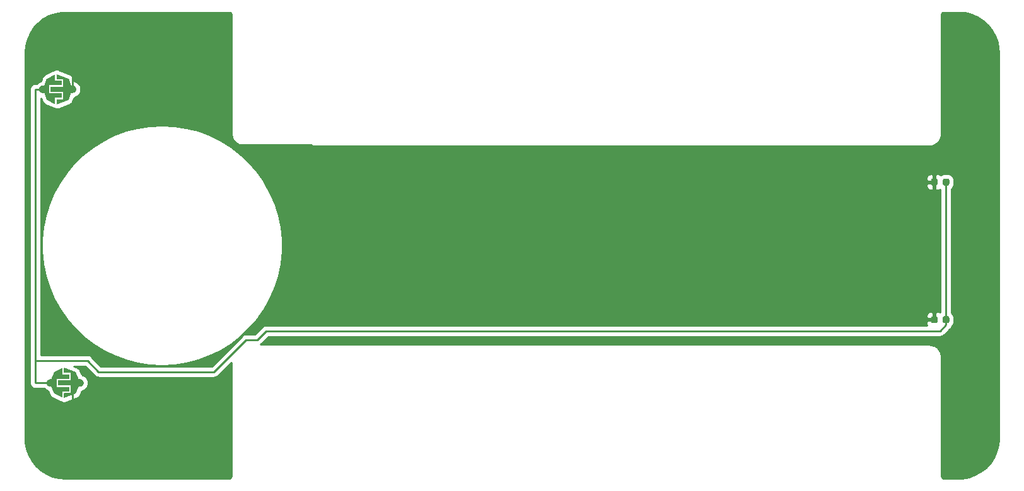
<source format=gbr>
%TF.GenerationSoftware,KiCad,Pcbnew,(5.1.8)-1*%
%TF.CreationDate,2022-08-29T12:55:05+09:00*%
%TF.ProjectId,face,66616365-2e6b-4696-9361-645f70636258,rev?*%
%TF.SameCoordinates,Original*%
%TF.FileFunction,Copper,L2,Bot*%
%TF.FilePolarity,Positive*%
%FSLAX46Y46*%
G04 Gerber Fmt 4.6, Leading zero omitted, Abs format (unit mm)*
G04 Created by KiCad (PCBNEW (5.1.8)-1) date 2022-08-29 12:55:05*
%MOMM*%
%LPD*%
G01*
G04 APERTURE LIST*
%TA.AperFunction,SMDPad,CuDef*%
%ADD10C,0.100000*%
%TD*%
%TA.AperFunction,ViaPad*%
%ADD11C,2.400000*%
%TD*%
%TA.AperFunction,ViaPad*%
%ADD12C,3.400000*%
%TD*%
%TA.AperFunction,Conductor*%
%ADD13C,0.250000*%
%TD*%
%TA.AperFunction,Conductor*%
%ADD14C,0.254000*%
%TD*%
%TA.AperFunction,Conductor*%
%ADD15C,0.100000*%
%TD*%
G04 APERTURE END LIST*
%TO.P,D1,2*%
%TO.N,VCC*%
%TA.AperFunction,SMDPad,CuDef*%
G36*
G01*
X198850000Y-113256250D02*
X198850000Y-112743750D01*
G75*
G02*
X199068750Y-112525000I218750J0D01*
G01*
X199506250Y-112525000D01*
G75*
G02*
X199725000Y-112743750I0J-218750D01*
G01*
X199725000Y-113256250D01*
G75*
G02*
X199506250Y-113475000I-218750J0D01*
G01*
X199068750Y-113475000D01*
G75*
G02*
X198850000Y-113256250I0J218750D01*
G01*
G37*
%TD.AperFunction*%
%TO.P,D1,1*%
%TO.N,GND*%
%TA.AperFunction,SMDPad,CuDef*%
G36*
G01*
X197275000Y-113256250D02*
X197275000Y-112743750D01*
G75*
G02*
X197493750Y-112525000I218750J0D01*
G01*
X197931250Y-112525000D01*
G75*
G02*
X198150000Y-112743750I0J-218750D01*
G01*
X198150000Y-113256250D01*
G75*
G02*
X197931250Y-113475000I-218750J0D01*
G01*
X197493750Y-113475000D01*
G75*
G02*
X197275000Y-113256250I0J218750D01*
G01*
G37*
%TD.AperFunction*%
%TD*%
%TO.P,D2,1*%
%TO.N,GND*%
%TA.AperFunction,SMDPad,CuDef*%
G36*
G01*
X197275000Y-94756250D02*
X197275000Y-94243750D01*
G75*
G02*
X197493750Y-94025000I218750J0D01*
G01*
X197931250Y-94025000D01*
G75*
G02*
X198150000Y-94243750I0J-218750D01*
G01*
X198150000Y-94756250D01*
G75*
G02*
X197931250Y-94975000I-218750J0D01*
G01*
X197493750Y-94975000D01*
G75*
G02*
X197275000Y-94756250I0J218750D01*
G01*
G37*
%TD.AperFunction*%
%TO.P,D2,2*%
%TO.N,VCC*%
%TA.AperFunction,SMDPad,CuDef*%
G36*
G01*
X198850000Y-94756250D02*
X198850000Y-94243750D01*
G75*
G02*
X199068750Y-94025000I218750J0D01*
G01*
X199506250Y-94025000D01*
G75*
G02*
X199725000Y-94243750I0J-218750D01*
G01*
X199725000Y-94756250D01*
G75*
G02*
X199506250Y-94975000I-218750J0D01*
G01*
X199068750Y-94975000D01*
G75*
G02*
X198850000Y-94756250I0J218750D01*
G01*
G37*
%TD.AperFunction*%
%TD*%
%TA.AperFunction,SMDPad,CuDef*%
D10*
%TO.P,J1,2*%
%TO.N,GND*%
G36*
X80909755Y-119450961D02*
G01*
X80918570Y-119453576D01*
X82418570Y-120053576D01*
X82427270Y-120058091D01*
X82434922Y-120064216D01*
X82441232Y-120071717D01*
X82445957Y-120080304D01*
X82850213Y-121023568D01*
X82878510Y-121014984D01*
X82926635Y-121005412D01*
X82975466Y-121000602D01*
X83024534Y-121000602D01*
X83073365Y-121005412D01*
X83121490Y-121014984D01*
X83168445Y-121029228D01*
X83213778Y-121048005D01*
X83257051Y-121071136D01*
X83297850Y-121098396D01*
X83335779Y-121129524D01*
X83370476Y-121164221D01*
X83401604Y-121202150D01*
X83428864Y-121242949D01*
X83451995Y-121286222D01*
X83470772Y-121331555D01*
X83485016Y-121378510D01*
X83494588Y-121426635D01*
X83499398Y-121475466D01*
X83499398Y-121524534D01*
X83494588Y-121573365D01*
X83485016Y-121621490D01*
X83470772Y-121668445D01*
X83451995Y-121713778D01*
X83428864Y-121757051D01*
X83401604Y-121797850D01*
X83370476Y-121835779D01*
X83335779Y-121870476D01*
X83297850Y-121901604D01*
X83257051Y-121928864D01*
X83213778Y-121951995D01*
X83168445Y-121970772D01*
X83121490Y-121985016D01*
X83073365Y-121994588D01*
X83024534Y-121999398D01*
X82975466Y-121999398D01*
X82926635Y-121994588D01*
X82878510Y-121985016D01*
X82850213Y-121976432D01*
X82445957Y-122919696D01*
X82441232Y-122928283D01*
X82434922Y-122935784D01*
X82427270Y-122941909D01*
X82418570Y-122946424D01*
X80918570Y-123546424D01*
X80909156Y-123549155D01*
X80899390Y-123549996D01*
X80889648Y-123548917D01*
X80880304Y-123545957D01*
X80871717Y-123541232D01*
X80864216Y-123534922D01*
X80858091Y-123527270D01*
X80853576Y-123518570D01*
X80850845Y-123509156D01*
X80850000Y-123500000D01*
X80850000Y-122900000D01*
X80850961Y-122890245D01*
X80853806Y-122880866D01*
X80858427Y-122872221D01*
X80864645Y-122864645D01*
X80872221Y-122858427D01*
X80880866Y-122853806D01*
X80890245Y-122850961D01*
X80900000Y-122850000D01*
X81750000Y-122850000D01*
X81750000Y-121850000D01*
X80100000Y-121850000D01*
X80090245Y-121849039D01*
X80080866Y-121846194D01*
X80072221Y-121841573D01*
X80064645Y-121835355D01*
X80058427Y-121827779D01*
X80053806Y-121819134D01*
X80050961Y-121809755D01*
X80050000Y-121800000D01*
X80050000Y-121200000D01*
X80050961Y-121190245D01*
X80053806Y-121180866D01*
X80058427Y-121172221D01*
X80064645Y-121164645D01*
X80072221Y-121158427D01*
X80080866Y-121153806D01*
X80090245Y-121150961D01*
X80100000Y-121150000D01*
X81750000Y-121150000D01*
X81750000Y-120150000D01*
X80900000Y-120150000D01*
X80890245Y-120149039D01*
X80880866Y-120146194D01*
X80872221Y-120141573D01*
X80864645Y-120135355D01*
X80858427Y-120127779D01*
X80853806Y-120119134D01*
X80850961Y-120109755D01*
X80850000Y-120100000D01*
X80850000Y-119500000D01*
X80850961Y-119490245D01*
X80853806Y-119480866D01*
X80858427Y-119472221D01*
X80864645Y-119464645D01*
X80872221Y-119458427D01*
X80880866Y-119453806D01*
X80890245Y-119450961D01*
X80900000Y-119450000D01*
X80909755Y-119450961D01*
G37*
%TD.AperFunction*%
%TA.AperFunction,SMDPad,CuDef*%
%TO.P,J1,1*%
%TO.N,VCC*%
G36*
X80606254Y-119550393D02*
G01*
X80615811Y-119552566D01*
X80624762Y-119556562D01*
X80632760Y-119562227D01*
X80639500Y-119569344D01*
X80644721Y-119577639D01*
X80648224Y-119586794D01*
X80650000Y-119600000D01*
X80650000Y-120350000D01*
X81500000Y-120350000D01*
X81509755Y-120350961D01*
X81519134Y-120353806D01*
X81527779Y-120358427D01*
X81535355Y-120364645D01*
X81541573Y-120372221D01*
X81546194Y-120380866D01*
X81549039Y-120390245D01*
X81550000Y-120400000D01*
X81550000Y-120900000D01*
X81549039Y-120909755D01*
X81546194Y-120919134D01*
X81541573Y-120927779D01*
X81535355Y-120935355D01*
X81527779Y-120941573D01*
X81519134Y-120946194D01*
X81509755Y-120949039D01*
X81500000Y-120950000D01*
X79850000Y-120950000D01*
X79850000Y-122050000D01*
X81500000Y-122050000D01*
X81509755Y-122050961D01*
X81519134Y-122053806D01*
X81527779Y-122058427D01*
X81535355Y-122064645D01*
X81541573Y-122072221D01*
X81546194Y-122080866D01*
X81549039Y-122090245D01*
X81550000Y-122100000D01*
X81550000Y-122600000D01*
X81549039Y-122609755D01*
X81546194Y-122619134D01*
X81541573Y-122627779D01*
X81535355Y-122635355D01*
X81527779Y-122641573D01*
X81519134Y-122646194D01*
X81509755Y-122649039D01*
X81500000Y-122650000D01*
X80650000Y-122650000D01*
X80650000Y-123400000D01*
X80649039Y-123409755D01*
X80646194Y-123419134D01*
X80641573Y-123427779D01*
X80635355Y-123435355D01*
X80627779Y-123441573D01*
X80619134Y-123446194D01*
X80609755Y-123449039D01*
X80600000Y-123450000D01*
X80590245Y-123449039D01*
X80577639Y-123444721D01*
X79577639Y-122944721D01*
X79569344Y-122939500D01*
X79562227Y-122932760D01*
X79556562Y-122924762D01*
X79554043Y-122919696D01*
X79149787Y-121976432D01*
X79121490Y-121985016D01*
X79073365Y-121994588D01*
X79024534Y-121999398D01*
X78975466Y-121999398D01*
X78926635Y-121994588D01*
X78878510Y-121985016D01*
X78831555Y-121970772D01*
X78786222Y-121951995D01*
X78742949Y-121928864D01*
X78702150Y-121901604D01*
X78664221Y-121870476D01*
X78629524Y-121835779D01*
X78598396Y-121797850D01*
X78571136Y-121757051D01*
X78548005Y-121713778D01*
X78529228Y-121668445D01*
X78514984Y-121621490D01*
X78505412Y-121573365D01*
X78500602Y-121524534D01*
X78500602Y-121475466D01*
X78505412Y-121426635D01*
X78514984Y-121378510D01*
X78529228Y-121331555D01*
X78548005Y-121286222D01*
X78571136Y-121242949D01*
X78598396Y-121202150D01*
X78629524Y-121164221D01*
X78664221Y-121129524D01*
X78702150Y-121098396D01*
X78742949Y-121071136D01*
X78786222Y-121048005D01*
X78831555Y-121029228D01*
X78878510Y-121014984D01*
X78926635Y-121005412D01*
X78975466Y-121000602D01*
X79024534Y-121000602D01*
X79073365Y-121005412D01*
X79121490Y-121014984D01*
X79149787Y-121023568D01*
X79554043Y-120080304D01*
X79558768Y-120071717D01*
X79565078Y-120064216D01*
X79572730Y-120058091D01*
X79577639Y-120055279D01*
X80577639Y-119555279D01*
X80586794Y-119551776D01*
X80596456Y-119550126D01*
X80606254Y-119550393D01*
G37*
%TD.AperFunction*%
%TD*%
%TA.AperFunction,SMDPad,CuDef*%
%TO.P,J2,1*%
%TO.N,VCC*%
G36*
X79606254Y-80050393D02*
G01*
X79615811Y-80052566D01*
X79624762Y-80056562D01*
X79632760Y-80062227D01*
X79639500Y-80069344D01*
X79644721Y-80077639D01*
X79648224Y-80086794D01*
X79650000Y-80100000D01*
X79650000Y-80850000D01*
X80500000Y-80850000D01*
X80509755Y-80850961D01*
X80519134Y-80853806D01*
X80527779Y-80858427D01*
X80535355Y-80864645D01*
X80541573Y-80872221D01*
X80546194Y-80880866D01*
X80549039Y-80890245D01*
X80550000Y-80900000D01*
X80550000Y-81400000D01*
X80549039Y-81409755D01*
X80546194Y-81419134D01*
X80541573Y-81427779D01*
X80535355Y-81435355D01*
X80527779Y-81441573D01*
X80519134Y-81446194D01*
X80509755Y-81449039D01*
X80500000Y-81450000D01*
X78850000Y-81450000D01*
X78850000Y-82550000D01*
X80500000Y-82550000D01*
X80509755Y-82550961D01*
X80519134Y-82553806D01*
X80527779Y-82558427D01*
X80535355Y-82564645D01*
X80541573Y-82572221D01*
X80546194Y-82580866D01*
X80549039Y-82590245D01*
X80550000Y-82600000D01*
X80550000Y-83100000D01*
X80549039Y-83109755D01*
X80546194Y-83119134D01*
X80541573Y-83127779D01*
X80535355Y-83135355D01*
X80527779Y-83141573D01*
X80519134Y-83146194D01*
X80509755Y-83149039D01*
X80500000Y-83150000D01*
X79650000Y-83150000D01*
X79650000Y-83900000D01*
X79649039Y-83909755D01*
X79646194Y-83919134D01*
X79641573Y-83927779D01*
X79635355Y-83935355D01*
X79627779Y-83941573D01*
X79619134Y-83946194D01*
X79609755Y-83949039D01*
X79600000Y-83950000D01*
X79590245Y-83949039D01*
X79577639Y-83944721D01*
X78577639Y-83444721D01*
X78569344Y-83439500D01*
X78562227Y-83432760D01*
X78556562Y-83424762D01*
X78554043Y-83419696D01*
X78149787Y-82476432D01*
X78121490Y-82485016D01*
X78073365Y-82494588D01*
X78024534Y-82499398D01*
X77975466Y-82499398D01*
X77926635Y-82494588D01*
X77878510Y-82485016D01*
X77831555Y-82470772D01*
X77786222Y-82451995D01*
X77742949Y-82428864D01*
X77702150Y-82401604D01*
X77664221Y-82370476D01*
X77629524Y-82335779D01*
X77598396Y-82297850D01*
X77571136Y-82257051D01*
X77548005Y-82213778D01*
X77529228Y-82168445D01*
X77514984Y-82121490D01*
X77505412Y-82073365D01*
X77500602Y-82024534D01*
X77500602Y-81975466D01*
X77505412Y-81926635D01*
X77514984Y-81878510D01*
X77529228Y-81831555D01*
X77548005Y-81786222D01*
X77571136Y-81742949D01*
X77598396Y-81702150D01*
X77629524Y-81664221D01*
X77664221Y-81629524D01*
X77702150Y-81598396D01*
X77742949Y-81571136D01*
X77786222Y-81548005D01*
X77831555Y-81529228D01*
X77878510Y-81514984D01*
X77926635Y-81505412D01*
X77975466Y-81500602D01*
X78024534Y-81500602D01*
X78073365Y-81505412D01*
X78121490Y-81514984D01*
X78149787Y-81523568D01*
X78554043Y-80580304D01*
X78558768Y-80571717D01*
X78565078Y-80564216D01*
X78572730Y-80558091D01*
X78577639Y-80555279D01*
X79577639Y-80055279D01*
X79586794Y-80051776D01*
X79596456Y-80050126D01*
X79606254Y-80050393D01*
G37*
%TD.AperFunction*%
%TA.AperFunction,SMDPad,CuDef*%
%TO.P,J2,2*%
%TO.N,GND*%
G36*
X79909755Y-79950961D02*
G01*
X79918570Y-79953576D01*
X81418570Y-80553576D01*
X81427270Y-80558091D01*
X81434922Y-80564216D01*
X81441232Y-80571717D01*
X81445957Y-80580304D01*
X81850213Y-81523568D01*
X81878510Y-81514984D01*
X81926635Y-81505412D01*
X81975466Y-81500602D01*
X82024534Y-81500602D01*
X82073365Y-81505412D01*
X82121490Y-81514984D01*
X82168445Y-81529228D01*
X82213778Y-81548005D01*
X82257051Y-81571136D01*
X82297850Y-81598396D01*
X82335779Y-81629524D01*
X82370476Y-81664221D01*
X82401604Y-81702150D01*
X82428864Y-81742949D01*
X82451995Y-81786222D01*
X82470772Y-81831555D01*
X82485016Y-81878510D01*
X82494588Y-81926635D01*
X82499398Y-81975466D01*
X82499398Y-82024534D01*
X82494588Y-82073365D01*
X82485016Y-82121490D01*
X82470772Y-82168445D01*
X82451995Y-82213778D01*
X82428864Y-82257051D01*
X82401604Y-82297850D01*
X82370476Y-82335779D01*
X82335779Y-82370476D01*
X82297850Y-82401604D01*
X82257051Y-82428864D01*
X82213778Y-82451995D01*
X82168445Y-82470772D01*
X82121490Y-82485016D01*
X82073365Y-82494588D01*
X82024534Y-82499398D01*
X81975466Y-82499398D01*
X81926635Y-82494588D01*
X81878510Y-82485016D01*
X81850213Y-82476432D01*
X81445957Y-83419696D01*
X81441232Y-83428283D01*
X81434922Y-83435784D01*
X81427270Y-83441909D01*
X81418570Y-83446424D01*
X79918570Y-84046424D01*
X79909156Y-84049155D01*
X79899390Y-84049996D01*
X79889648Y-84048917D01*
X79880304Y-84045957D01*
X79871717Y-84041232D01*
X79864216Y-84034922D01*
X79858091Y-84027270D01*
X79853576Y-84018570D01*
X79850845Y-84009156D01*
X79850000Y-84000000D01*
X79850000Y-83400000D01*
X79850961Y-83390245D01*
X79853806Y-83380866D01*
X79858427Y-83372221D01*
X79864645Y-83364645D01*
X79872221Y-83358427D01*
X79880866Y-83353806D01*
X79890245Y-83350961D01*
X79900000Y-83350000D01*
X80750000Y-83350000D01*
X80750000Y-82350000D01*
X79100000Y-82350000D01*
X79090245Y-82349039D01*
X79080866Y-82346194D01*
X79072221Y-82341573D01*
X79064645Y-82335355D01*
X79058427Y-82327779D01*
X79053806Y-82319134D01*
X79050961Y-82309755D01*
X79050000Y-82300000D01*
X79050000Y-81700000D01*
X79050961Y-81690245D01*
X79053806Y-81680866D01*
X79058427Y-81672221D01*
X79064645Y-81664645D01*
X79072221Y-81658427D01*
X79080866Y-81653806D01*
X79090245Y-81650961D01*
X79100000Y-81650000D01*
X80750000Y-81650000D01*
X80750000Y-80650000D01*
X79900000Y-80650000D01*
X79890245Y-80649039D01*
X79880866Y-80646194D01*
X79872221Y-80641573D01*
X79864645Y-80635355D01*
X79858427Y-80627779D01*
X79853806Y-80619134D01*
X79850961Y-80609755D01*
X79850000Y-80600000D01*
X79850000Y-80000000D01*
X79850961Y-79990245D01*
X79853806Y-79980866D01*
X79858427Y-79972221D01*
X79864645Y-79964645D01*
X79872221Y-79958427D01*
X79880866Y-79953806D01*
X79890245Y-79950961D01*
X79900000Y-79950000D01*
X79909755Y-79950961D01*
G37*
%TD.AperFunction*%
%TD*%
D11*
%TO.N,GND*%
X79500000Y-129500000D03*
X202500000Y-129500000D03*
X202500000Y-76500000D03*
X79500000Y-76500000D03*
D12*
X186500000Y-111000000D03*
X186500000Y-95000000D03*
%TD*%
D13*
%TO.N,VCC*%
X199287500Y-113000000D02*
X199287500Y-94500000D01*
X199287500Y-113000000D02*
X199287500Y-113712500D01*
X199287500Y-113712500D02*
X198500000Y-114500000D01*
X198500000Y-114500000D02*
X108000000Y-114500000D01*
X106809634Y-115690366D02*
X105309638Y-115690366D01*
X108000000Y-114500000D02*
X106809634Y-115690366D01*
X77000000Y-82000000D02*
X78000000Y-82000000D01*
X77000000Y-121500000D02*
X79000000Y-121500000D01*
X105309638Y-115690366D02*
X101000002Y-120000002D01*
X101000002Y-120000002D02*
X85500002Y-120000002D01*
X84000000Y-118500000D02*
X77000000Y-118500000D01*
X85500002Y-120000002D02*
X84000000Y-118500000D01*
X77000000Y-118500000D02*
X77000000Y-82000000D01*
X77000000Y-121500000D02*
X77000000Y-118500000D01*
%TO.N,GND*%
X82000000Y-78000000D02*
X82000000Y-76500000D01*
X82000000Y-76500000D02*
X81000000Y-75500000D01*
X78000000Y-75500000D02*
X76000000Y-77500000D01*
X76000000Y-77500000D02*
X76000000Y-128500000D01*
X79500000Y-132000000D02*
X82500000Y-132000000D01*
X82500000Y-132000000D02*
X83500000Y-131000000D01*
X83500000Y-129500000D02*
X82000000Y-128000000D01*
X83500000Y-131000000D02*
X83500000Y-129500000D01*
X197712500Y-113000000D02*
X197712500Y-94500000D01*
X114042824Y-89500000D02*
X104225368Y-89500000D01*
X114181513Y-89638689D02*
X114042824Y-89500000D01*
X194638689Y-89638689D02*
X114181513Y-89638689D01*
X197712500Y-92712500D02*
X194638689Y-89638689D01*
X197712500Y-94500000D02*
X197712500Y-92712500D01*
X104225368Y-89500000D02*
X102725368Y-88000000D01*
X102725368Y-88000000D02*
X102725368Y-75225368D01*
X102725368Y-75225368D02*
X101000000Y-73500000D01*
X85000000Y-73500000D02*
X82000000Y-76500000D01*
X101000000Y-73500000D02*
X85000000Y-73500000D01*
X78500000Y-75500000D02*
X79500000Y-76500000D01*
X78000000Y-75500000D02*
X78500000Y-75500000D01*
X80500000Y-75500000D02*
X79500000Y-76500000D01*
X81000000Y-75500000D02*
X80500000Y-75500000D01*
X82000000Y-78000000D02*
X82000000Y-82000000D01*
X79500000Y-129500000D02*
X78500000Y-129500000D01*
X78500000Y-129500000D02*
X77750000Y-130250000D01*
X77750000Y-130250000D02*
X79500000Y-132000000D01*
X76000000Y-128500000D02*
X77750000Y-130250000D01*
X82000000Y-122500000D02*
X83000000Y-121500000D01*
X82000000Y-128000000D02*
X82000000Y-122500000D01*
%TD*%
D14*
%TO.N,GND*%
X103065424Y-71669580D02*
X103128356Y-71688580D01*
X103186405Y-71719445D01*
X103237343Y-71760989D01*
X103279248Y-71811644D01*
X103310515Y-71869471D01*
X103329956Y-71932272D01*
X103340000Y-72027835D01*
X103340001Y-88032419D01*
X103342783Y-88060664D01*
X103342740Y-88066801D01*
X103343640Y-88075972D01*
X103364041Y-88270069D01*
X103376068Y-88328658D01*
X103387277Y-88387423D01*
X103389941Y-88396245D01*
X103447653Y-88582683D01*
X103470838Y-88637838D01*
X103493242Y-88693291D01*
X103497568Y-88701427D01*
X103590393Y-88873104D01*
X103623846Y-88922699D01*
X103656600Y-88972753D01*
X103662424Y-88979894D01*
X103786828Y-89130272D01*
X103829263Y-89172411D01*
X103871126Y-89215161D01*
X103878227Y-89221034D01*
X104029469Y-89344384D01*
X104079277Y-89377477D01*
X104128651Y-89411284D01*
X104136757Y-89415667D01*
X104309080Y-89507292D01*
X104364392Y-89530090D01*
X104419366Y-89553652D01*
X104428169Y-89556377D01*
X104615006Y-89612786D01*
X104673686Y-89624405D01*
X104732196Y-89636842D01*
X104741361Y-89637805D01*
X104935594Y-89656850D01*
X104935598Y-89656850D01*
X104967581Y-89660000D01*
X197032419Y-89660000D01*
X197060674Y-89657217D01*
X197066801Y-89657260D01*
X197075972Y-89656360D01*
X197270069Y-89635959D01*
X197328658Y-89623932D01*
X197387423Y-89612723D01*
X197396245Y-89610059D01*
X197582683Y-89552347D01*
X197637838Y-89529162D01*
X197693291Y-89506758D01*
X197701427Y-89502432D01*
X197873104Y-89409607D01*
X197922699Y-89376154D01*
X197972753Y-89343400D01*
X197979894Y-89337576D01*
X198130272Y-89213172D01*
X198172411Y-89170737D01*
X198215161Y-89128874D01*
X198221034Y-89121773D01*
X198344384Y-88970531D01*
X198377477Y-88920723D01*
X198411284Y-88871349D01*
X198415667Y-88863243D01*
X198507292Y-88690920D01*
X198530090Y-88635608D01*
X198553652Y-88580634D01*
X198556377Y-88571831D01*
X198612786Y-88384994D01*
X198624405Y-88326314D01*
X198636842Y-88267804D01*
X198637805Y-88258639D01*
X198656850Y-88064406D01*
X198656850Y-88064402D01*
X198660000Y-88032419D01*
X198660000Y-72032279D01*
X198669580Y-71934576D01*
X198688580Y-71871644D01*
X198719445Y-71813595D01*
X198760989Y-71762657D01*
X198811644Y-71720752D01*
X198869471Y-71689485D01*
X198932272Y-71670044D01*
X199027835Y-71660000D01*
X200972911Y-71660000D01*
X201871797Y-71733902D01*
X202720182Y-71947001D01*
X203522371Y-72295803D01*
X204256818Y-72770938D01*
X204903798Y-73359646D01*
X205445946Y-74046125D01*
X205868692Y-74811928D01*
X206160684Y-75636491D01*
X206316116Y-76509076D01*
X206340001Y-77015568D01*
X206340000Y-128972911D01*
X206266098Y-129871802D01*
X206052999Y-130720180D01*
X205704197Y-131522371D01*
X205229062Y-132256818D01*
X204640354Y-132903799D01*
X203953875Y-133445946D01*
X203188076Y-133868691D01*
X202363514Y-134160683D01*
X201490925Y-134316116D01*
X200984453Y-134340000D01*
X199032279Y-134340000D01*
X198934576Y-134330420D01*
X198871643Y-134311420D01*
X198813594Y-134280554D01*
X198762657Y-134239011D01*
X198720752Y-134188356D01*
X198689485Y-134130529D01*
X198670044Y-134067728D01*
X198660000Y-133972165D01*
X198660000Y-117967581D01*
X198657217Y-117939326D01*
X198657260Y-117933199D01*
X198656360Y-117924028D01*
X198635959Y-117729931D01*
X198623934Y-117671348D01*
X198612723Y-117612577D01*
X198610059Y-117603755D01*
X198552347Y-117417317D01*
X198529162Y-117362162D01*
X198506758Y-117306709D01*
X198502432Y-117298573D01*
X198409607Y-117126896D01*
X198376139Y-117077278D01*
X198343400Y-117027247D01*
X198337576Y-117020106D01*
X198213172Y-116869728D01*
X198170737Y-116827589D01*
X198128874Y-116784839D01*
X198121773Y-116778966D01*
X197970531Y-116655616D01*
X197920738Y-116622534D01*
X197871349Y-116588716D01*
X197863243Y-116584333D01*
X197690921Y-116492708D01*
X197635606Y-116469909D01*
X197580634Y-116446348D01*
X197571831Y-116443623D01*
X197384995Y-116387214D01*
X197326307Y-116375594D01*
X197267804Y-116363158D01*
X197258639Y-116362195D01*
X197064405Y-116343150D01*
X197064402Y-116343150D01*
X197032419Y-116340000D01*
X107206483Y-116340000D01*
X107233910Y-116325340D01*
X107349635Y-116230367D01*
X107373438Y-116201363D01*
X108314802Y-115260000D01*
X198462678Y-115260000D01*
X198500000Y-115263676D01*
X198537322Y-115260000D01*
X198537333Y-115260000D01*
X198648986Y-115249003D01*
X198792247Y-115205546D01*
X198924276Y-115134974D01*
X199040001Y-115040001D01*
X199063803Y-115010998D01*
X199798502Y-114276299D01*
X199827501Y-114252501D01*
X199922474Y-114136776D01*
X199993046Y-114004747D01*
X200011187Y-113944944D01*
X200112115Y-113862115D01*
X200218671Y-113732275D01*
X200297850Y-113584142D01*
X200346608Y-113423408D01*
X200363072Y-113256250D01*
X200363072Y-112743750D01*
X200346608Y-112576592D01*
X200297850Y-112415858D01*
X200218671Y-112267725D01*
X200112115Y-112137885D01*
X200047500Y-112084857D01*
X200047500Y-95415143D01*
X200112115Y-95362115D01*
X200218671Y-95232275D01*
X200297850Y-95084142D01*
X200346608Y-94923408D01*
X200363072Y-94756250D01*
X200363072Y-94243750D01*
X200346608Y-94076592D01*
X200297850Y-93915858D01*
X200218671Y-93767725D01*
X200112115Y-93637885D01*
X199982275Y-93531329D01*
X199834142Y-93452150D01*
X199673408Y-93403392D01*
X199506250Y-93386928D01*
X199068750Y-93386928D01*
X198901592Y-93403392D01*
X198740858Y-93452150D01*
X198592725Y-93531329D01*
X198571070Y-93549100D01*
X198504494Y-93494463D01*
X198394180Y-93435498D01*
X198274482Y-93399188D01*
X198150000Y-93386928D01*
X197998250Y-93390000D01*
X197839500Y-93548750D01*
X197839500Y-94373000D01*
X197859500Y-94373000D01*
X197859500Y-94627000D01*
X197839500Y-94627000D01*
X197839500Y-95451250D01*
X197998250Y-95610000D01*
X198150000Y-95613072D01*
X198274482Y-95600812D01*
X198394180Y-95564502D01*
X198504494Y-95505537D01*
X198527501Y-95486656D01*
X198527500Y-112013344D01*
X198504494Y-111994463D01*
X198394180Y-111935498D01*
X198274482Y-111899188D01*
X198150000Y-111886928D01*
X197998250Y-111890000D01*
X197839500Y-112048750D01*
X197839500Y-112873000D01*
X197859500Y-112873000D01*
X197859500Y-113127000D01*
X197839500Y-113127000D01*
X197839500Y-113147000D01*
X197585500Y-113147000D01*
X197585500Y-113127000D01*
X196798750Y-113127000D01*
X196640000Y-113285750D01*
X196636928Y-113475000D01*
X196649188Y-113599482D01*
X196685498Y-113719180D01*
X196696627Y-113740000D01*
X108037325Y-113740000D01*
X108000000Y-113736324D01*
X107962675Y-113740000D01*
X107962667Y-113740000D01*
X107851014Y-113750997D01*
X107707753Y-113794454D01*
X107575724Y-113865026D01*
X107459999Y-113959999D01*
X107436201Y-113988997D01*
X106494833Y-114930366D01*
X105346963Y-114930366D01*
X105309638Y-114926690D01*
X105272313Y-114930366D01*
X105272305Y-114930366D01*
X105160652Y-114941363D01*
X105017391Y-114984820D01*
X104885362Y-115055392D01*
X104769637Y-115150365D01*
X104745839Y-115179363D01*
X100685201Y-119240002D01*
X85814804Y-119240002D01*
X84563804Y-117989003D01*
X84540001Y-117959999D01*
X84424276Y-117865026D01*
X84292247Y-117794454D01*
X84148986Y-117750997D01*
X84037333Y-117740000D01*
X84037322Y-117740000D01*
X84000000Y-117736324D01*
X83962678Y-117740000D01*
X77760000Y-117740000D01*
X77760000Y-102180496D01*
X77840767Y-102180496D01*
X77840767Y-103819504D01*
X78006583Y-105450101D01*
X78336512Y-107055558D01*
X78827171Y-108619399D01*
X79473523Y-110125577D01*
X80268936Y-111558638D01*
X81205249Y-112903875D01*
X82272853Y-114147485D01*
X83460793Y-115276706D01*
X84756880Y-116279952D01*
X86147814Y-117146928D01*
X87619322Y-117868737D01*
X89156305Y-118437973D01*
X90742990Y-118848794D01*
X92363097Y-119096986D01*
X94000000Y-119180000D01*
X95636903Y-119096986D01*
X97257010Y-118848794D01*
X98843695Y-118437973D01*
X100380678Y-117868737D01*
X101852186Y-117146928D01*
X103243120Y-116279952D01*
X104539207Y-115276706D01*
X105727147Y-114147485D01*
X106794751Y-112903875D01*
X107058455Y-112525000D01*
X196636928Y-112525000D01*
X196640000Y-112714250D01*
X196798750Y-112873000D01*
X197585500Y-112873000D01*
X197585500Y-112048750D01*
X197426750Y-111890000D01*
X197275000Y-111886928D01*
X197150518Y-111899188D01*
X197030820Y-111935498D01*
X196920506Y-111994463D01*
X196823815Y-112073815D01*
X196744463Y-112170506D01*
X196685498Y-112280820D01*
X196649188Y-112400518D01*
X196636928Y-112525000D01*
X107058455Y-112525000D01*
X107731064Y-111558638D01*
X108526477Y-110125577D01*
X109172829Y-108619399D01*
X109663488Y-107055558D01*
X109993417Y-105450101D01*
X110159233Y-103819504D01*
X110159233Y-102180496D01*
X109993417Y-100549899D01*
X109663488Y-98944442D01*
X109172829Y-97380601D01*
X108526477Y-95874423D01*
X108027257Y-94975000D01*
X196636928Y-94975000D01*
X196649188Y-95099482D01*
X196685498Y-95219180D01*
X196744463Y-95329494D01*
X196823815Y-95426185D01*
X196920506Y-95505537D01*
X197030820Y-95564502D01*
X197150518Y-95600812D01*
X197275000Y-95613072D01*
X197426750Y-95610000D01*
X197585500Y-95451250D01*
X197585500Y-94627000D01*
X196798750Y-94627000D01*
X196640000Y-94785750D01*
X196636928Y-94975000D01*
X108027257Y-94975000D01*
X107731064Y-94441362D01*
X107441268Y-94025000D01*
X196636928Y-94025000D01*
X196640000Y-94214250D01*
X196798750Y-94373000D01*
X197585500Y-94373000D01*
X197585500Y-93548750D01*
X197426750Y-93390000D01*
X197275000Y-93386928D01*
X197150518Y-93399188D01*
X197030820Y-93435498D01*
X196920506Y-93494463D01*
X196823815Y-93573815D01*
X196744463Y-93670506D01*
X196685498Y-93780820D01*
X196649188Y-93900518D01*
X196636928Y-94025000D01*
X107441268Y-94025000D01*
X106794751Y-93096125D01*
X105727147Y-91852515D01*
X104539207Y-90723294D01*
X103243120Y-89720048D01*
X101852186Y-88853072D01*
X100380678Y-88131263D01*
X98843695Y-87562027D01*
X97257010Y-87151206D01*
X95636903Y-86903014D01*
X94000000Y-86820000D01*
X92363097Y-86903014D01*
X90742990Y-87151206D01*
X89156305Y-87562027D01*
X87619322Y-88131263D01*
X86147814Y-88853072D01*
X84756880Y-89720048D01*
X83460793Y-90723294D01*
X82272853Y-91852515D01*
X81205249Y-93096125D01*
X80268936Y-94441362D01*
X79473523Y-95874423D01*
X78827171Y-97380601D01*
X78336512Y-98944442D01*
X78006583Y-100549899D01*
X77840767Y-102180496D01*
X77760000Y-102180496D01*
X77760000Y-83186735D01*
X77967562Y-83671045D01*
X77982704Y-83703787D01*
X77985223Y-83708853D01*
X78035872Y-83793568D01*
X78041537Y-83801566D01*
X78123479Y-83896049D01*
X78130596Y-83902789D01*
X78229454Y-83979510D01*
X78237749Y-83984731D01*
X78292285Y-84015430D01*
X79292285Y-84515430D01*
X79370871Y-84548362D01*
X79383477Y-84552680D01*
X79527689Y-84584037D01*
X79537444Y-84584998D01*
X79541857Y-84584998D01*
X79564111Y-84600262D01*
X79572698Y-84604987D01*
X79687612Y-84654238D01*
X79696956Y-84657198D01*
X79819406Y-84683111D01*
X79829148Y-84684190D01*
X79954135Y-84685715D01*
X79963901Y-84684874D01*
X80086931Y-84661962D01*
X80096345Y-84659231D01*
X80155544Y-84638859D01*
X81655544Y-84038859D01*
X81712485Y-84012772D01*
X81721185Y-84008257D01*
X81826005Y-83940052D01*
X81833657Y-83933927D01*
X81923203Y-83846536D01*
X81929513Y-83839035D01*
X82000262Y-83735889D01*
X82004987Y-83727302D01*
X82032438Y-83671045D01*
X82276191Y-83102290D01*
X82389319Y-83067973D01*
X82479875Y-83030464D01*
X82590192Y-82971498D01*
X82671691Y-82917042D01*
X82768382Y-82837690D01*
X82837690Y-82768382D01*
X82917042Y-82671691D01*
X82971498Y-82590192D01*
X83030464Y-82479875D01*
X83067973Y-82389319D01*
X83104282Y-82269623D01*
X83123404Y-82173490D01*
X83135664Y-82049009D01*
X83135664Y-81950991D01*
X83123404Y-81826510D01*
X83104282Y-81730377D01*
X83067973Y-81610681D01*
X83030464Y-81520125D01*
X82971498Y-81409808D01*
X82917042Y-81328309D01*
X82837690Y-81231618D01*
X82768382Y-81162310D01*
X82671691Y-81082958D01*
X82590192Y-81028502D01*
X82479875Y-80969536D01*
X82389319Y-80932027D01*
X82276191Y-80897710D01*
X82032438Y-80328955D01*
X82004987Y-80272698D01*
X82000262Y-80264111D01*
X81929513Y-80160965D01*
X81923203Y-80153464D01*
X81833657Y-80066073D01*
X81826005Y-80059948D01*
X81721185Y-79991743D01*
X81712485Y-79987228D01*
X81655544Y-79961141D01*
X80155544Y-79361141D01*
X80100040Y-79341853D01*
X80091225Y-79339238D01*
X79972311Y-79315963D01*
X79962556Y-79315002D01*
X79837444Y-79315002D01*
X79827689Y-79315963D01*
X79705028Y-79340363D01*
X79695649Y-79343208D01*
X79580073Y-79391081D01*
X79571428Y-79395702D01*
X79538601Y-79417637D01*
X79489046Y-79421159D01*
X79479384Y-79422809D01*
X79358769Y-79455839D01*
X79349614Y-79459342D01*
X79292285Y-79484570D01*
X78292285Y-79984570D01*
X78260484Y-80001611D01*
X78255575Y-80004423D01*
X78173995Y-80059948D01*
X78166343Y-80066073D01*
X78076797Y-80153464D01*
X78070487Y-80160965D01*
X77999738Y-80264111D01*
X77995013Y-80272698D01*
X77967562Y-80328955D01*
X77723809Y-80897710D01*
X77610681Y-80932027D01*
X77520125Y-80969536D01*
X77409808Y-81028502D01*
X77328309Y-81082958D01*
X77231618Y-81162310D01*
X77162310Y-81231618D01*
X77155431Y-81240000D01*
X77037333Y-81240000D01*
X77000000Y-81236323D01*
X76962667Y-81240000D01*
X76851014Y-81250997D01*
X76707753Y-81294454D01*
X76575724Y-81365026D01*
X76459999Y-81459999D01*
X76365026Y-81575724D01*
X76294454Y-81707753D01*
X76250997Y-81851014D01*
X76236323Y-82000000D01*
X76240001Y-82037343D01*
X76240000Y-118462667D01*
X76236323Y-118500000D01*
X76240001Y-118537343D01*
X76240000Y-121462667D01*
X76236323Y-121500000D01*
X76250997Y-121648986D01*
X76294454Y-121792247D01*
X76365026Y-121924276D01*
X76410655Y-121979875D01*
X76459999Y-122040001D01*
X76575724Y-122134974D01*
X76707753Y-122205546D01*
X76851014Y-122249003D01*
X77000000Y-122263677D01*
X77037333Y-122260000D01*
X78155431Y-122260000D01*
X78162310Y-122268382D01*
X78231618Y-122337690D01*
X78328309Y-122417042D01*
X78409808Y-122471498D01*
X78520125Y-122530464D01*
X78610681Y-122567973D01*
X78723809Y-122602290D01*
X78967562Y-123171045D01*
X78982704Y-123203787D01*
X78985223Y-123208853D01*
X79035872Y-123293568D01*
X79041537Y-123301566D01*
X79123479Y-123396049D01*
X79130596Y-123402789D01*
X79229454Y-123479510D01*
X79237749Y-123484731D01*
X79292285Y-123515430D01*
X80292285Y-124015430D01*
X80370871Y-124048362D01*
X80383477Y-124052680D01*
X80527689Y-124084037D01*
X80537444Y-124084998D01*
X80541857Y-124084998D01*
X80564111Y-124100262D01*
X80572698Y-124104987D01*
X80687612Y-124154238D01*
X80696956Y-124157198D01*
X80819406Y-124183111D01*
X80829148Y-124184190D01*
X80954135Y-124185715D01*
X80963901Y-124184874D01*
X81086931Y-124161962D01*
X81096345Y-124159231D01*
X81155544Y-124138859D01*
X82655544Y-123538859D01*
X82712485Y-123512772D01*
X82721185Y-123508257D01*
X82826005Y-123440052D01*
X82833657Y-123433927D01*
X82923203Y-123346536D01*
X82929513Y-123339035D01*
X83000262Y-123235889D01*
X83004987Y-123227302D01*
X83032438Y-123171045D01*
X83276191Y-122602290D01*
X83389319Y-122567973D01*
X83479875Y-122530464D01*
X83590192Y-122471498D01*
X83671691Y-122417042D01*
X83768382Y-122337690D01*
X83837690Y-122268382D01*
X83917042Y-122171691D01*
X83971498Y-122090192D01*
X84030464Y-121979875D01*
X84067973Y-121889319D01*
X84104282Y-121769623D01*
X84123404Y-121673490D01*
X84135664Y-121549009D01*
X84135664Y-121450991D01*
X84123404Y-121326510D01*
X84104282Y-121230377D01*
X84067973Y-121110681D01*
X84030464Y-121020125D01*
X83971498Y-120909808D01*
X83917042Y-120828309D01*
X83837690Y-120731618D01*
X83768382Y-120662310D01*
X83671691Y-120582958D01*
X83590192Y-120528502D01*
X83479875Y-120469536D01*
X83389319Y-120432027D01*
X83276191Y-120397710D01*
X83032438Y-119828955D01*
X83004987Y-119772698D01*
X83000262Y-119764111D01*
X82929513Y-119660965D01*
X82923203Y-119653464D01*
X82833657Y-119566073D01*
X82826005Y-119559948D01*
X82721185Y-119491743D01*
X82712485Y-119487228D01*
X82655544Y-119461141D01*
X82152691Y-119260000D01*
X83685199Y-119260000D01*
X84936203Y-120511005D01*
X84960001Y-120540003D01*
X85075726Y-120634976D01*
X85207755Y-120705548D01*
X85351016Y-120749005D01*
X85462669Y-120760002D01*
X85462678Y-120760002D01*
X85500001Y-120763678D01*
X85537324Y-120760002D01*
X100962680Y-120760002D01*
X101000002Y-120763678D01*
X101037324Y-120760002D01*
X101037335Y-120760002D01*
X101148988Y-120749005D01*
X101292249Y-120705548D01*
X101424278Y-120634976D01*
X101540003Y-120540003D01*
X101563806Y-120510999D01*
X103340001Y-118734804D01*
X103340000Y-133967721D01*
X103330420Y-134065424D01*
X103311420Y-134128357D01*
X103280554Y-134186406D01*
X103239011Y-134237343D01*
X103188356Y-134279248D01*
X103130529Y-134310515D01*
X103067728Y-134329956D01*
X102972165Y-134340000D01*
X81027089Y-134340000D01*
X80128198Y-134266098D01*
X79279820Y-134052999D01*
X78477629Y-133704197D01*
X77743182Y-133229062D01*
X77096201Y-132640354D01*
X76554054Y-131953875D01*
X76131309Y-131188076D01*
X75839317Y-130363514D01*
X75683884Y-129490925D01*
X75660000Y-128984453D01*
X75660000Y-77027089D01*
X75733902Y-76128203D01*
X75947001Y-75279818D01*
X76295803Y-74477629D01*
X76770938Y-73743182D01*
X77359646Y-73096202D01*
X78046125Y-72554054D01*
X78811928Y-72131308D01*
X79636491Y-71839316D01*
X80509076Y-71683884D01*
X81015547Y-71660000D01*
X102967721Y-71660000D01*
X103065424Y-71669580D01*
%TA.AperFunction,Conductor*%
D15*
G36*
X103065424Y-71669580D02*
G01*
X103128356Y-71688580D01*
X103186405Y-71719445D01*
X103237343Y-71760989D01*
X103279248Y-71811644D01*
X103310515Y-71869471D01*
X103329956Y-71932272D01*
X103340000Y-72027835D01*
X103340001Y-88032419D01*
X103342783Y-88060664D01*
X103342740Y-88066801D01*
X103343640Y-88075972D01*
X103364041Y-88270069D01*
X103376068Y-88328658D01*
X103387277Y-88387423D01*
X103389941Y-88396245D01*
X103447653Y-88582683D01*
X103470838Y-88637838D01*
X103493242Y-88693291D01*
X103497568Y-88701427D01*
X103590393Y-88873104D01*
X103623846Y-88922699D01*
X103656600Y-88972753D01*
X103662424Y-88979894D01*
X103786828Y-89130272D01*
X103829263Y-89172411D01*
X103871126Y-89215161D01*
X103878227Y-89221034D01*
X104029469Y-89344384D01*
X104079277Y-89377477D01*
X104128651Y-89411284D01*
X104136757Y-89415667D01*
X104309080Y-89507292D01*
X104364392Y-89530090D01*
X104419366Y-89553652D01*
X104428169Y-89556377D01*
X104615006Y-89612786D01*
X104673686Y-89624405D01*
X104732196Y-89636842D01*
X104741361Y-89637805D01*
X104935594Y-89656850D01*
X104935598Y-89656850D01*
X104967581Y-89660000D01*
X197032419Y-89660000D01*
X197060674Y-89657217D01*
X197066801Y-89657260D01*
X197075972Y-89656360D01*
X197270069Y-89635959D01*
X197328658Y-89623932D01*
X197387423Y-89612723D01*
X197396245Y-89610059D01*
X197582683Y-89552347D01*
X197637838Y-89529162D01*
X197693291Y-89506758D01*
X197701427Y-89502432D01*
X197873104Y-89409607D01*
X197922699Y-89376154D01*
X197972753Y-89343400D01*
X197979894Y-89337576D01*
X198130272Y-89213172D01*
X198172411Y-89170737D01*
X198215161Y-89128874D01*
X198221034Y-89121773D01*
X198344384Y-88970531D01*
X198377477Y-88920723D01*
X198411284Y-88871349D01*
X198415667Y-88863243D01*
X198507292Y-88690920D01*
X198530090Y-88635608D01*
X198553652Y-88580634D01*
X198556377Y-88571831D01*
X198612786Y-88384994D01*
X198624405Y-88326314D01*
X198636842Y-88267804D01*
X198637805Y-88258639D01*
X198656850Y-88064406D01*
X198656850Y-88064402D01*
X198660000Y-88032419D01*
X198660000Y-72032279D01*
X198669580Y-71934576D01*
X198688580Y-71871644D01*
X198719445Y-71813595D01*
X198760989Y-71762657D01*
X198811644Y-71720752D01*
X198869471Y-71689485D01*
X198932272Y-71670044D01*
X199027835Y-71660000D01*
X200972911Y-71660000D01*
X201871797Y-71733902D01*
X202720182Y-71947001D01*
X203522371Y-72295803D01*
X204256818Y-72770938D01*
X204903798Y-73359646D01*
X205445946Y-74046125D01*
X205868692Y-74811928D01*
X206160684Y-75636491D01*
X206316116Y-76509076D01*
X206340001Y-77015568D01*
X206340000Y-128972911D01*
X206266098Y-129871802D01*
X206052999Y-130720180D01*
X205704197Y-131522371D01*
X205229062Y-132256818D01*
X204640354Y-132903799D01*
X203953875Y-133445946D01*
X203188076Y-133868691D01*
X202363514Y-134160683D01*
X201490925Y-134316116D01*
X200984453Y-134340000D01*
X199032279Y-134340000D01*
X198934576Y-134330420D01*
X198871643Y-134311420D01*
X198813594Y-134280554D01*
X198762657Y-134239011D01*
X198720752Y-134188356D01*
X198689485Y-134130529D01*
X198670044Y-134067728D01*
X198660000Y-133972165D01*
X198660000Y-117967581D01*
X198657217Y-117939326D01*
X198657260Y-117933199D01*
X198656360Y-117924028D01*
X198635959Y-117729931D01*
X198623934Y-117671348D01*
X198612723Y-117612577D01*
X198610059Y-117603755D01*
X198552347Y-117417317D01*
X198529162Y-117362162D01*
X198506758Y-117306709D01*
X198502432Y-117298573D01*
X198409607Y-117126896D01*
X198376139Y-117077278D01*
X198343400Y-117027247D01*
X198337576Y-117020106D01*
X198213172Y-116869728D01*
X198170737Y-116827589D01*
X198128874Y-116784839D01*
X198121773Y-116778966D01*
X197970531Y-116655616D01*
X197920738Y-116622534D01*
X197871349Y-116588716D01*
X197863243Y-116584333D01*
X197690921Y-116492708D01*
X197635606Y-116469909D01*
X197580634Y-116446348D01*
X197571831Y-116443623D01*
X197384995Y-116387214D01*
X197326307Y-116375594D01*
X197267804Y-116363158D01*
X197258639Y-116362195D01*
X197064405Y-116343150D01*
X197064402Y-116343150D01*
X197032419Y-116340000D01*
X107206483Y-116340000D01*
X107233910Y-116325340D01*
X107349635Y-116230367D01*
X107373438Y-116201363D01*
X108314802Y-115260000D01*
X198462678Y-115260000D01*
X198500000Y-115263676D01*
X198537322Y-115260000D01*
X198537333Y-115260000D01*
X198648986Y-115249003D01*
X198792247Y-115205546D01*
X198924276Y-115134974D01*
X199040001Y-115040001D01*
X199063803Y-115010998D01*
X199798502Y-114276299D01*
X199827501Y-114252501D01*
X199922474Y-114136776D01*
X199993046Y-114004747D01*
X200011187Y-113944944D01*
X200112115Y-113862115D01*
X200218671Y-113732275D01*
X200297850Y-113584142D01*
X200346608Y-113423408D01*
X200363072Y-113256250D01*
X200363072Y-112743750D01*
X200346608Y-112576592D01*
X200297850Y-112415858D01*
X200218671Y-112267725D01*
X200112115Y-112137885D01*
X200047500Y-112084857D01*
X200047500Y-95415143D01*
X200112115Y-95362115D01*
X200218671Y-95232275D01*
X200297850Y-95084142D01*
X200346608Y-94923408D01*
X200363072Y-94756250D01*
X200363072Y-94243750D01*
X200346608Y-94076592D01*
X200297850Y-93915858D01*
X200218671Y-93767725D01*
X200112115Y-93637885D01*
X199982275Y-93531329D01*
X199834142Y-93452150D01*
X199673408Y-93403392D01*
X199506250Y-93386928D01*
X199068750Y-93386928D01*
X198901592Y-93403392D01*
X198740858Y-93452150D01*
X198592725Y-93531329D01*
X198571070Y-93549100D01*
X198504494Y-93494463D01*
X198394180Y-93435498D01*
X198274482Y-93399188D01*
X198150000Y-93386928D01*
X197998250Y-93390000D01*
X197839500Y-93548750D01*
X197839500Y-94373000D01*
X197859500Y-94373000D01*
X197859500Y-94627000D01*
X197839500Y-94627000D01*
X197839500Y-95451250D01*
X197998250Y-95610000D01*
X198150000Y-95613072D01*
X198274482Y-95600812D01*
X198394180Y-95564502D01*
X198504494Y-95505537D01*
X198527501Y-95486656D01*
X198527500Y-112013344D01*
X198504494Y-111994463D01*
X198394180Y-111935498D01*
X198274482Y-111899188D01*
X198150000Y-111886928D01*
X197998250Y-111890000D01*
X197839500Y-112048750D01*
X197839500Y-112873000D01*
X197859500Y-112873000D01*
X197859500Y-113127000D01*
X197839500Y-113127000D01*
X197839500Y-113147000D01*
X197585500Y-113147000D01*
X197585500Y-113127000D01*
X196798750Y-113127000D01*
X196640000Y-113285750D01*
X196636928Y-113475000D01*
X196649188Y-113599482D01*
X196685498Y-113719180D01*
X196696627Y-113740000D01*
X108037325Y-113740000D01*
X108000000Y-113736324D01*
X107962675Y-113740000D01*
X107962667Y-113740000D01*
X107851014Y-113750997D01*
X107707753Y-113794454D01*
X107575724Y-113865026D01*
X107459999Y-113959999D01*
X107436201Y-113988997D01*
X106494833Y-114930366D01*
X105346963Y-114930366D01*
X105309638Y-114926690D01*
X105272313Y-114930366D01*
X105272305Y-114930366D01*
X105160652Y-114941363D01*
X105017391Y-114984820D01*
X104885362Y-115055392D01*
X104769637Y-115150365D01*
X104745839Y-115179363D01*
X100685201Y-119240002D01*
X85814804Y-119240002D01*
X84563804Y-117989003D01*
X84540001Y-117959999D01*
X84424276Y-117865026D01*
X84292247Y-117794454D01*
X84148986Y-117750997D01*
X84037333Y-117740000D01*
X84037322Y-117740000D01*
X84000000Y-117736324D01*
X83962678Y-117740000D01*
X77760000Y-117740000D01*
X77760000Y-102180496D01*
X77840767Y-102180496D01*
X77840767Y-103819504D01*
X78006583Y-105450101D01*
X78336512Y-107055558D01*
X78827171Y-108619399D01*
X79473523Y-110125577D01*
X80268936Y-111558638D01*
X81205249Y-112903875D01*
X82272853Y-114147485D01*
X83460793Y-115276706D01*
X84756880Y-116279952D01*
X86147814Y-117146928D01*
X87619322Y-117868737D01*
X89156305Y-118437973D01*
X90742990Y-118848794D01*
X92363097Y-119096986D01*
X94000000Y-119180000D01*
X95636903Y-119096986D01*
X97257010Y-118848794D01*
X98843695Y-118437973D01*
X100380678Y-117868737D01*
X101852186Y-117146928D01*
X103243120Y-116279952D01*
X104539207Y-115276706D01*
X105727147Y-114147485D01*
X106794751Y-112903875D01*
X107058455Y-112525000D01*
X196636928Y-112525000D01*
X196640000Y-112714250D01*
X196798750Y-112873000D01*
X197585500Y-112873000D01*
X197585500Y-112048750D01*
X197426750Y-111890000D01*
X197275000Y-111886928D01*
X197150518Y-111899188D01*
X197030820Y-111935498D01*
X196920506Y-111994463D01*
X196823815Y-112073815D01*
X196744463Y-112170506D01*
X196685498Y-112280820D01*
X196649188Y-112400518D01*
X196636928Y-112525000D01*
X107058455Y-112525000D01*
X107731064Y-111558638D01*
X108526477Y-110125577D01*
X109172829Y-108619399D01*
X109663488Y-107055558D01*
X109993417Y-105450101D01*
X110159233Y-103819504D01*
X110159233Y-102180496D01*
X109993417Y-100549899D01*
X109663488Y-98944442D01*
X109172829Y-97380601D01*
X108526477Y-95874423D01*
X108027257Y-94975000D01*
X196636928Y-94975000D01*
X196649188Y-95099482D01*
X196685498Y-95219180D01*
X196744463Y-95329494D01*
X196823815Y-95426185D01*
X196920506Y-95505537D01*
X197030820Y-95564502D01*
X197150518Y-95600812D01*
X197275000Y-95613072D01*
X197426750Y-95610000D01*
X197585500Y-95451250D01*
X197585500Y-94627000D01*
X196798750Y-94627000D01*
X196640000Y-94785750D01*
X196636928Y-94975000D01*
X108027257Y-94975000D01*
X107731064Y-94441362D01*
X107441268Y-94025000D01*
X196636928Y-94025000D01*
X196640000Y-94214250D01*
X196798750Y-94373000D01*
X197585500Y-94373000D01*
X197585500Y-93548750D01*
X197426750Y-93390000D01*
X197275000Y-93386928D01*
X197150518Y-93399188D01*
X197030820Y-93435498D01*
X196920506Y-93494463D01*
X196823815Y-93573815D01*
X196744463Y-93670506D01*
X196685498Y-93780820D01*
X196649188Y-93900518D01*
X196636928Y-94025000D01*
X107441268Y-94025000D01*
X106794751Y-93096125D01*
X105727147Y-91852515D01*
X104539207Y-90723294D01*
X103243120Y-89720048D01*
X101852186Y-88853072D01*
X100380678Y-88131263D01*
X98843695Y-87562027D01*
X97257010Y-87151206D01*
X95636903Y-86903014D01*
X94000000Y-86820000D01*
X92363097Y-86903014D01*
X90742990Y-87151206D01*
X89156305Y-87562027D01*
X87619322Y-88131263D01*
X86147814Y-88853072D01*
X84756880Y-89720048D01*
X83460793Y-90723294D01*
X82272853Y-91852515D01*
X81205249Y-93096125D01*
X80268936Y-94441362D01*
X79473523Y-95874423D01*
X78827171Y-97380601D01*
X78336512Y-98944442D01*
X78006583Y-100549899D01*
X77840767Y-102180496D01*
X77760000Y-102180496D01*
X77760000Y-83186735D01*
X77967562Y-83671045D01*
X77982704Y-83703787D01*
X77985223Y-83708853D01*
X78035872Y-83793568D01*
X78041537Y-83801566D01*
X78123479Y-83896049D01*
X78130596Y-83902789D01*
X78229454Y-83979510D01*
X78237749Y-83984731D01*
X78292285Y-84015430D01*
X79292285Y-84515430D01*
X79370871Y-84548362D01*
X79383477Y-84552680D01*
X79527689Y-84584037D01*
X79537444Y-84584998D01*
X79541857Y-84584998D01*
X79564111Y-84600262D01*
X79572698Y-84604987D01*
X79687612Y-84654238D01*
X79696956Y-84657198D01*
X79819406Y-84683111D01*
X79829148Y-84684190D01*
X79954135Y-84685715D01*
X79963901Y-84684874D01*
X80086931Y-84661962D01*
X80096345Y-84659231D01*
X80155544Y-84638859D01*
X81655544Y-84038859D01*
X81712485Y-84012772D01*
X81721185Y-84008257D01*
X81826005Y-83940052D01*
X81833657Y-83933927D01*
X81923203Y-83846536D01*
X81929513Y-83839035D01*
X82000262Y-83735889D01*
X82004987Y-83727302D01*
X82032438Y-83671045D01*
X82276191Y-83102290D01*
X82389319Y-83067973D01*
X82479875Y-83030464D01*
X82590192Y-82971498D01*
X82671691Y-82917042D01*
X82768382Y-82837690D01*
X82837690Y-82768382D01*
X82917042Y-82671691D01*
X82971498Y-82590192D01*
X83030464Y-82479875D01*
X83067973Y-82389319D01*
X83104282Y-82269623D01*
X83123404Y-82173490D01*
X83135664Y-82049009D01*
X83135664Y-81950991D01*
X83123404Y-81826510D01*
X83104282Y-81730377D01*
X83067973Y-81610681D01*
X83030464Y-81520125D01*
X82971498Y-81409808D01*
X82917042Y-81328309D01*
X82837690Y-81231618D01*
X82768382Y-81162310D01*
X82671691Y-81082958D01*
X82590192Y-81028502D01*
X82479875Y-80969536D01*
X82389319Y-80932027D01*
X82276191Y-80897710D01*
X82032438Y-80328955D01*
X82004987Y-80272698D01*
X82000262Y-80264111D01*
X81929513Y-80160965D01*
X81923203Y-80153464D01*
X81833657Y-80066073D01*
X81826005Y-80059948D01*
X81721185Y-79991743D01*
X81712485Y-79987228D01*
X81655544Y-79961141D01*
X80155544Y-79361141D01*
X80100040Y-79341853D01*
X80091225Y-79339238D01*
X79972311Y-79315963D01*
X79962556Y-79315002D01*
X79837444Y-79315002D01*
X79827689Y-79315963D01*
X79705028Y-79340363D01*
X79695649Y-79343208D01*
X79580073Y-79391081D01*
X79571428Y-79395702D01*
X79538601Y-79417637D01*
X79489046Y-79421159D01*
X79479384Y-79422809D01*
X79358769Y-79455839D01*
X79349614Y-79459342D01*
X79292285Y-79484570D01*
X78292285Y-79984570D01*
X78260484Y-80001611D01*
X78255575Y-80004423D01*
X78173995Y-80059948D01*
X78166343Y-80066073D01*
X78076797Y-80153464D01*
X78070487Y-80160965D01*
X77999738Y-80264111D01*
X77995013Y-80272698D01*
X77967562Y-80328955D01*
X77723809Y-80897710D01*
X77610681Y-80932027D01*
X77520125Y-80969536D01*
X77409808Y-81028502D01*
X77328309Y-81082958D01*
X77231618Y-81162310D01*
X77162310Y-81231618D01*
X77155431Y-81240000D01*
X77037333Y-81240000D01*
X77000000Y-81236323D01*
X76962667Y-81240000D01*
X76851014Y-81250997D01*
X76707753Y-81294454D01*
X76575724Y-81365026D01*
X76459999Y-81459999D01*
X76365026Y-81575724D01*
X76294454Y-81707753D01*
X76250997Y-81851014D01*
X76236323Y-82000000D01*
X76240001Y-82037343D01*
X76240000Y-118462667D01*
X76236323Y-118500000D01*
X76240001Y-118537343D01*
X76240000Y-121462667D01*
X76236323Y-121500000D01*
X76250997Y-121648986D01*
X76294454Y-121792247D01*
X76365026Y-121924276D01*
X76410655Y-121979875D01*
X76459999Y-122040001D01*
X76575724Y-122134974D01*
X76707753Y-122205546D01*
X76851014Y-122249003D01*
X77000000Y-122263677D01*
X77037333Y-122260000D01*
X78155431Y-122260000D01*
X78162310Y-122268382D01*
X78231618Y-122337690D01*
X78328309Y-122417042D01*
X78409808Y-122471498D01*
X78520125Y-122530464D01*
X78610681Y-122567973D01*
X78723809Y-122602290D01*
X78967562Y-123171045D01*
X78982704Y-123203787D01*
X78985223Y-123208853D01*
X79035872Y-123293568D01*
X79041537Y-123301566D01*
X79123479Y-123396049D01*
X79130596Y-123402789D01*
X79229454Y-123479510D01*
X79237749Y-123484731D01*
X79292285Y-123515430D01*
X80292285Y-124015430D01*
X80370871Y-124048362D01*
X80383477Y-124052680D01*
X80527689Y-124084037D01*
X80537444Y-124084998D01*
X80541857Y-124084998D01*
X80564111Y-124100262D01*
X80572698Y-124104987D01*
X80687612Y-124154238D01*
X80696956Y-124157198D01*
X80819406Y-124183111D01*
X80829148Y-124184190D01*
X80954135Y-124185715D01*
X80963901Y-124184874D01*
X81086931Y-124161962D01*
X81096345Y-124159231D01*
X81155544Y-124138859D01*
X82655544Y-123538859D01*
X82712485Y-123512772D01*
X82721185Y-123508257D01*
X82826005Y-123440052D01*
X82833657Y-123433927D01*
X82923203Y-123346536D01*
X82929513Y-123339035D01*
X83000262Y-123235889D01*
X83004987Y-123227302D01*
X83032438Y-123171045D01*
X83276191Y-122602290D01*
X83389319Y-122567973D01*
X83479875Y-122530464D01*
X83590192Y-122471498D01*
X83671691Y-122417042D01*
X83768382Y-122337690D01*
X83837690Y-122268382D01*
X83917042Y-122171691D01*
X83971498Y-122090192D01*
X84030464Y-121979875D01*
X84067973Y-121889319D01*
X84104282Y-121769623D01*
X84123404Y-121673490D01*
X84135664Y-121549009D01*
X84135664Y-121450991D01*
X84123404Y-121326510D01*
X84104282Y-121230377D01*
X84067973Y-121110681D01*
X84030464Y-121020125D01*
X83971498Y-120909808D01*
X83917042Y-120828309D01*
X83837690Y-120731618D01*
X83768382Y-120662310D01*
X83671691Y-120582958D01*
X83590192Y-120528502D01*
X83479875Y-120469536D01*
X83389319Y-120432027D01*
X83276191Y-120397710D01*
X83032438Y-119828955D01*
X83004987Y-119772698D01*
X83000262Y-119764111D01*
X82929513Y-119660965D01*
X82923203Y-119653464D01*
X82833657Y-119566073D01*
X82826005Y-119559948D01*
X82721185Y-119491743D01*
X82712485Y-119487228D01*
X82655544Y-119461141D01*
X82152691Y-119260000D01*
X83685199Y-119260000D01*
X84936203Y-120511005D01*
X84960001Y-120540003D01*
X85075726Y-120634976D01*
X85207755Y-120705548D01*
X85351016Y-120749005D01*
X85462669Y-120760002D01*
X85462678Y-120760002D01*
X85500001Y-120763678D01*
X85537324Y-120760002D01*
X100962680Y-120760002D01*
X101000002Y-120763678D01*
X101037324Y-120760002D01*
X101037335Y-120760002D01*
X101148988Y-120749005D01*
X101292249Y-120705548D01*
X101424278Y-120634976D01*
X101540003Y-120540003D01*
X101563806Y-120510999D01*
X103340001Y-118734804D01*
X103340000Y-133967721D01*
X103330420Y-134065424D01*
X103311420Y-134128357D01*
X103280554Y-134186406D01*
X103239011Y-134237343D01*
X103188356Y-134279248D01*
X103130529Y-134310515D01*
X103067728Y-134329956D01*
X102972165Y-134340000D01*
X81027089Y-134340000D01*
X80128198Y-134266098D01*
X79279820Y-134052999D01*
X78477629Y-133704197D01*
X77743182Y-133229062D01*
X77096201Y-132640354D01*
X76554054Y-131953875D01*
X76131309Y-131188076D01*
X75839317Y-130363514D01*
X75683884Y-129490925D01*
X75660000Y-128984453D01*
X75660000Y-77027089D01*
X75733902Y-76128203D01*
X75947001Y-75279818D01*
X76295803Y-74477629D01*
X76770938Y-73743182D01*
X77359646Y-73096202D01*
X78046125Y-72554054D01*
X78811928Y-72131308D01*
X79636491Y-71839316D01*
X80509076Y-71683884D01*
X81015547Y-71660000D01*
X102967721Y-71660000D01*
X103065424Y-71669580D01*
G37*
%TD.AperFunction*%
%TD*%
M02*

</source>
